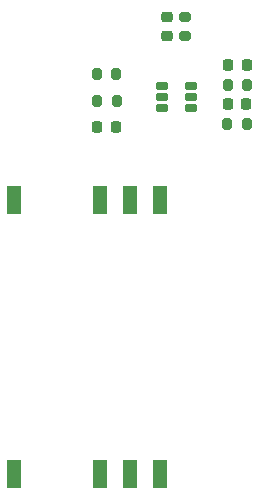
<source format=gbp>
G04 #@! TF.GenerationSoftware,KiCad,Pcbnew,9.0.0*
G04 #@! TF.CreationDate,2025-08-29T11:38:16+03:00*
G04 #@! TF.ProjectId,GSM_PCBSMAFRAHT,47534d5f-5043-4425-934d-414652414854,rev?*
G04 #@! TF.SameCoordinates,Original*
G04 #@! TF.FileFunction,Paste,Bot*
G04 #@! TF.FilePolarity,Positive*
%FSLAX46Y46*%
G04 Gerber Fmt 4.6, Leading zero omitted, Abs format (unit mm)*
G04 Created by KiCad (PCBNEW 9.0.0) date 2025-08-29 11:38:16*
%MOMM*%
%LPD*%
G01*
G04 APERTURE LIST*
G04 Aperture macros list*
%AMRoundRect*
0 Rectangle with rounded corners*
0 $1 Rounding radius*
0 $2 $3 $4 $5 $6 $7 $8 $9 X,Y pos of 4 corners*
0 Add a 4 corners polygon primitive as box body*
4,1,4,$2,$3,$4,$5,$6,$7,$8,$9,$2,$3,0*
0 Add four circle primitives for the rounded corners*
1,1,$1+$1,$2,$3*
1,1,$1+$1,$4,$5*
1,1,$1+$1,$6,$7*
1,1,$1+$1,$8,$9*
0 Add four rect primitives between the rounded corners*
20,1,$1+$1,$2,$3,$4,$5,0*
20,1,$1+$1,$4,$5,$6,$7,0*
20,1,$1+$1,$6,$7,$8,$9,0*
20,1,$1+$1,$8,$9,$2,$3,0*%
G04 Aperture macros list end*
%ADD10RoundRect,0.225000X-0.225000X-0.250000X0.225000X-0.250000X0.225000X0.250000X-0.225000X0.250000X0*%
%ADD11RoundRect,0.200000X-0.275000X0.200000X-0.275000X-0.200000X0.275000X-0.200000X0.275000X0.200000X0*%
%ADD12RoundRect,0.225000X0.225000X0.250000X-0.225000X0.250000X-0.225000X-0.250000X0.225000X-0.250000X0*%
%ADD13RoundRect,0.130435X-0.419565X0.169565X-0.419565X-0.169565X0.419565X-0.169565X0.419565X0.169565X0*%
%ADD14RoundRect,0.200000X0.200000X0.275000X-0.200000X0.275000X-0.200000X-0.275000X0.200000X-0.275000X0*%
%ADD15RoundRect,0.225000X0.250000X-0.225000X0.250000X0.225000X-0.250000X0.225000X-0.250000X-0.225000X0*%
%ADD16RoundRect,0.200000X-0.200000X-0.275000X0.200000X-0.275000X0.200000X0.275000X-0.200000X0.275000X0*%
%ADD17R,1.300000X2.400000*%
G04 APERTURE END LIST*
D10*
X141355000Y-85180000D03*
X142905000Y-85180000D03*
D11*
X137710000Y-77780000D03*
X137710000Y-79430000D03*
D12*
X131835000Y-87160000D03*
X130285000Y-87160000D03*
D13*
X135750000Y-85515000D03*
X135750000Y-84565000D03*
X135750000Y-83615000D03*
X138250000Y-83615000D03*
X138250000Y-84565000D03*
X138250000Y-85515000D03*
D14*
X131895000Y-82620000D03*
X130245000Y-82620000D03*
D15*
X136160000Y-79390000D03*
X136160000Y-77840000D03*
D16*
X130295000Y-84920000D03*
X131945000Y-84920000D03*
D14*
X142975000Y-83520000D03*
X141325000Y-83520000D03*
D17*
X135620000Y-116490000D03*
X133080000Y-116490000D03*
X130540000Y-116490000D03*
X130540000Y-93290000D03*
X133080000Y-93290000D03*
X135620000Y-93290000D03*
X123220000Y-116490000D03*
X123220000Y-93290000D03*
D10*
X141385000Y-81870000D03*
X142935000Y-81870000D03*
D14*
X142935000Y-86860000D03*
X141285000Y-86860000D03*
M02*

</source>
